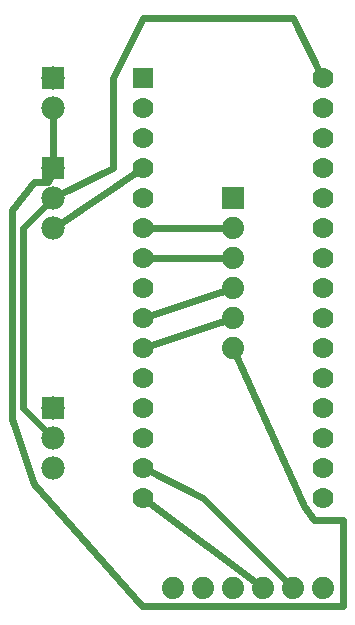
<source format=gbl>
G04 MADE WITH FRITZING*
G04 WWW.FRITZING.ORG*
G04 DOUBLE SIDED*
G04 HOLES PLATED*
G04 CONTOUR ON CENTER OF CONTOUR VECTOR*
%ASAXBY*%
%FSLAX23Y23*%
%MOIN*%
%OFA0B0*%
%SFA1.0B1.0*%
%ADD10C,0.070000*%
%ADD11C,0.074000*%
%ADD12C,0.078000*%
%ADD13R,0.069972X0.070000*%
%ADD14R,0.074000X0.074000*%
%ADD15R,0.078000X0.078000*%
%ADD16C,0.024000*%
%LNCOPPER0*%
G90*
G70*
G54D10*
X496Y1858D03*
X496Y1758D03*
X496Y1658D03*
X496Y1558D03*
X496Y1458D03*
X496Y1358D03*
X496Y1258D03*
X496Y1158D03*
X496Y1058D03*
X496Y958D03*
X496Y858D03*
X496Y758D03*
X496Y658D03*
X496Y558D03*
X496Y458D03*
X1096Y1858D03*
X1096Y1758D03*
X1096Y1658D03*
X1096Y1558D03*
X1096Y1458D03*
X1096Y1358D03*
X1096Y1258D03*
X1096Y1158D03*
X1096Y1058D03*
X1096Y958D03*
X1096Y858D03*
X1096Y758D03*
X1096Y658D03*
X1096Y558D03*
X1096Y458D03*
G54D11*
X596Y158D03*
X696Y158D03*
X796Y158D03*
X896Y158D03*
X996Y158D03*
X1096Y158D03*
X796Y1458D03*
X796Y1358D03*
X796Y1258D03*
X796Y1158D03*
X796Y1058D03*
X796Y958D03*
G54D12*
X196Y758D03*
X196Y658D03*
X196Y558D03*
X196Y1858D03*
X196Y1758D03*
X196Y1558D03*
X196Y1458D03*
X196Y1358D03*
G54D13*
X496Y1858D03*
G54D14*
X796Y1458D03*
G54D15*
X196Y758D03*
X196Y1858D03*
X196Y1558D03*
G54D16*
X776Y1358D02*
X514Y1358D01*
D02*
X776Y1258D02*
X514Y1258D01*
D02*
X777Y1152D02*
X513Y1064D01*
D02*
X777Y1052D02*
X513Y964D01*
D02*
X697Y458D02*
X512Y550D01*
D02*
X982Y172D02*
X697Y458D01*
D02*
X96Y758D02*
X96Y1058D01*
D02*
X96Y1358D02*
X183Y1445D01*
D02*
X96Y1058D02*
X96Y1358D01*
D02*
X183Y671D02*
X96Y758D01*
D02*
X196Y1577D02*
X196Y1739D01*
D02*
X396Y1558D02*
X213Y1466D01*
D02*
X1088Y1874D02*
X996Y2058D01*
D02*
X396Y1858D02*
X396Y1558D01*
D02*
X996Y2058D02*
X496Y2058D01*
D02*
X496Y2058D02*
X396Y1858D01*
D02*
X880Y170D02*
X511Y447D01*
D02*
X804Y940D02*
X1032Y432D01*
X1032Y432D02*
X1068Y384D01*
X1068Y384D02*
X1164Y384D01*
X1164Y384D02*
X1164Y96D01*
X1164Y96D02*
X492Y96D01*
X492Y96D02*
X132Y504D01*
X132Y504D02*
X60Y720D01*
X60Y720D02*
X60Y1416D01*
X60Y1416D02*
X132Y1512D01*
X132Y1512D02*
X180Y1512D01*
X180Y1512D02*
X190Y1540D01*
D02*
X212Y1369D02*
X481Y1548D01*
G04 End of Copper0*
M02*
</source>
